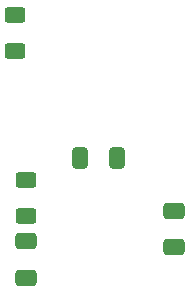
<source format=gbr>
%TF.GenerationSoftware,KiCad,Pcbnew,8.0.1-rc1*%
%TF.CreationDate,2024-11-19T18:39:50-08:00*%
%TF.ProjectId,LM2597-Adj,4c4d3235-3937-42d4-9164-6a2e6b696361,rev?*%
%TF.SameCoordinates,Original*%
%TF.FileFunction,Paste,Bot*%
%TF.FilePolarity,Positive*%
%FSLAX46Y46*%
G04 Gerber Fmt 4.6, Leading zero omitted, Abs format (unit mm)*
G04 Created by KiCad (PCBNEW 8.0.1-rc1) date 2024-11-19 18:39:50*
%MOMM*%
%LPD*%
G01*
G04 APERTURE LIST*
G04 Aperture macros list*
%AMRoundRect*
0 Rectangle with rounded corners*
0 $1 Rounding radius*
0 $2 $3 $4 $5 $6 $7 $8 $9 X,Y pos of 4 corners*
0 Add a 4 corners polygon primitive as box body*
4,1,4,$2,$3,$4,$5,$6,$7,$8,$9,$2,$3,0*
0 Add four circle primitives for the rounded corners*
1,1,$1+$1,$2,$3*
1,1,$1+$1,$4,$5*
1,1,$1+$1,$6,$7*
1,1,$1+$1,$8,$9*
0 Add four rect primitives between the rounded corners*
20,1,$1+$1,$2,$3,$4,$5,0*
20,1,$1+$1,$4,$5,$6,$7,0*
20,1,$1+$1,$6,$7,$8,$9,0*
20,1,$1+$1,$8,$9,$2,$3,0*%
G04 Aperture macros list end*
%ADD10RoundRect,0.250000X0.625000X-0.400000X0.625000X0.400000X-0.625000X0.400000X-0.625000X-0.400000X0*%
%ADD11RoundRect,0.250000X-0.625000X0.400000X-0.625000X-0.400000X0.625000X-0.400000X0.625000X0.400000X0*%
%ADD12RoundRect,0.250000X-0.412500X-0.650000X0.412500X-0.650000X0.412500X0.650000X-0.412500X0.650000X0*%
%ADD13RoundRect,0.250000X0.650000X-0.412500X0.650000X0.412500X-0.650000X0.412500X-0.650000X-0.412500X0*%
G04 APERTURE END LIST*
D10*
%TO.C,R2*%
X161145189Y-69942461D03*
X161145189Y-66842461D03*
%TD*%
D11*
%TO.C,R1*%
X162110602Y-80806735D03*
X162110602Y-83906735D03*
%TD*%
D12*
%TO.C,C1*%
X166678870Y-78965848D03*
X169803870Y-78965848D03*
%TD*%
D13*
%TO.C,C3*%
X174642915Y-86538892D03*
X174642915Y-83413892D03*
%TD*%
%TO.C,C2*%
X162067454Y-89141248D03*
X162067454Y-86016248D03*
%TD*%
M02*

</source>
